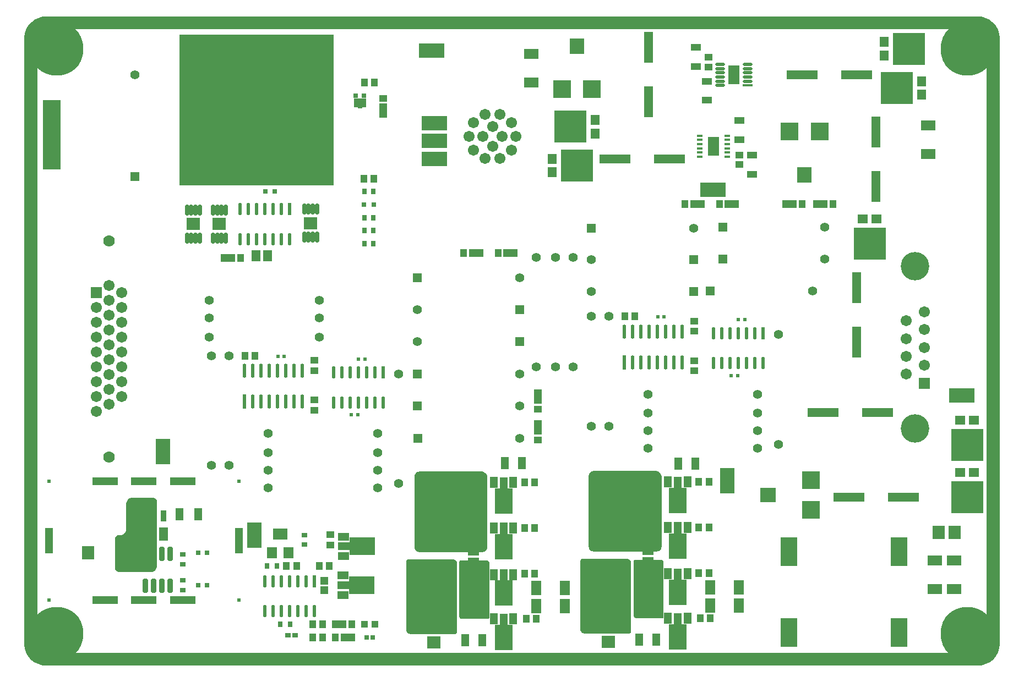
<source format=gbr>
%TF.GenerationSoftware,Altium Limited,Altium Designer,24.2.2 (26)*%
G04 Layer_Color=8388736*
%FSLAX45Y45*%
%MOMM*%
%TF.SameCoordinates,2C43E8B5-FC8E-40A2-A425-C8743FE8A27F*%
%TF.FilePolarity,Negative*%
%TF.FileFunction,Soldermask,Top*%
%TF.Part,Single*%
G01*
G75*
%TA.AperFunction,SMDPad,CuDef*%
%ADD18R,4.69900X1.39700*%
%ADD19R,0.90000X0.80000*%
%ADD20R,0.70000X0.70000*%
%ADD21R,0.50000X0.50000*%
G04:AMPARAMS|DCode=24|XSize=1.87407mm|YSize=0.54213mm|CornerRadius=0.27107mm|HoleSize=0mm|Usage=FLASHONLY|Rotation=270.000|XOffset=0mm|YOffset=0mm|HoleType=Round|Shape=RoundedRectangle|*
%AMROUNDEDRECTD24*
21,1,1.87407,0.00000,0,0,270.0*
21,1,1.33193,0.54213,0,0,270.0*
1,1,0.54213,0.00000,-0.66597*
1,1,0.54213,0.00000,0.66597*
1,1,0.54213,0.00000,0.66597*
1,1,0.54213,0.00000,-0.66597*
%
%ADD24ROUNDEDRECTD24*%
%ADD25R,0.54213X1.87407*%
%ADD26R,0.58213X2.17406*%
G04:AMPARAMS|DCode=27|XSize=2.17406mm|YSize=0.58213mm|CornerRadius=0.29107mm|HoleSize=0mm|Usage=FLASHONLY|Rotation=90.000|XOffset=0mm|YOffset=0mm|HoleType=Round|Shape=RoundedRectangle|*
%AMROUNDEDRECTD27*
21,1,2.17406,0.00000,0,0,90.0*
21,1,1.59193,0.58213,0,0,90.0*
1,1,0.58213,0.00000,0.79597*
1,1,0.58213,0.00000,-0.79597*
1,1,0.58213,0.00000,-0.79597*
1,1,0.58213,0.00000,0.79597*
%
%ADD27ROUNDEDRECTD27*%
%ADD40R,1.60020X0.71120*%
%ADD45R,2.50000X4.44500*%
%ADD53R,0.80000X0.90000*%
%ADD60R,1.39700X4.69900*%
%ADD63R,1.65100X2.84500*%
%ADD64R,0.88900X0.42000*%
%ADD65R,1.75300X2.94700*%
G04:AMPARAMS|DCode=66|XSize=1.54042mm|YSize=0.45493mm|CornerRadius=0.22746mm|HoleSize=0mm|Usage=FLASHONLY|Rotation=180.000|XOffset=0mm|YOffset=0mm|HoleType=Round|Shape=RoundedRectangle|*
%AMROUNDEDRECTD66*
21,1,1.54042,0.00000,0,0,180.0*
21,1,1.08549,0.45493,0,0,180.0*
1,1,0.45493,-0.54275,0.00000*
1,1,0.45493,0.54275,0.00000*
1,1,0.45493,0.54275,0.00000*
1,1,0.45493,-0.54275,0.00000*
%
%ADD66ROUNDEDRECTD66*%
%ADD67R,1.54042X0.45493*%
%ADD68R,1.60000X1.05000*%
%ADD72R,0.80000X0.75000*%
%ADD78R,0.70000X0.95000*%
%ADD80R,0.83820X1.75260*%
%TA.AperFunction,ComponentPad*%
%ADD84C,1.42240*%
%ADD85R,1.42240X1.42240*%
%ADD86C,1.30000*%
%ADD87R,1.30000X1.30000*%
%ADD90R,1.42240X1.42240*%
%TA.AperFunction,NonConductor*%
%ADD126R,2.70000X10.70000*%
%ADD127R,23.80000X23.30000*%
%TA.AperFunction,SMDPad,CuDef*%
%ADD128R,4.00320X2.23320*%
%ADD129R,2.23320X4.00320*%
G04:AMPARAMS|DCode=130|XSize=2.1732mm|YSize=0.8032mm|CornerRadius=0.1766mm|HoleSize=0mm|Usage=FLASHONLY|Rotation=90.000|XOffset=0mm|YOffset=0mm|HoleType=Round|Shape=RoundedRectangle|*
%AMROUNDEDRECTD130*
21,1,2.17320,0.45000,0,0,90.0*
21,1,1.82000,0.80320,0,0,90.0*
1,1,0.35320,0.22500,0.91000*
1,1,0.35320,0.22500,-0.91000*
1,1,0.35320,-0.22500,-0.91000*
1,1,0.35320,-0.22500,0.91000*
%
%ADD130ROUNDEDRECTD130*%
%ADD131R,4.00320X1.20320*%
%ADD132R,1.20320X4.00320*%
%ADD133R,1.00320X1.30320*%
%ADD134R,2.20320X1.30320*%
%ADD135R,1.30320X1.00320*%
%ADD136R,1.30320X2.20320*%
%ADD137R,1.18320X1.01320*%
%ADD138R,1.01320X1.18320*%
%ADD139R,1.99320X1.95320*%
%ADD140R,2.70320X4.00320*%
%ADD141R,1.20320X1.70320*%
%ADD142R,1.20320X1.90320*%
%ADD143R,1.65320X1.25320*%
%ADD144R,1.30320X1.90320*%
%ADD145R,1.60320X2.30320*%
%ADD146R,1.70320X1.20320*%
%ADD147R,1.90320X1.20320*%
%ADD148R,4.00320X2.70320*%
%ADD149R,5.00320X4.92320*%
%ADD150R,1.60320X1.47320*%
%ADD151R,2.30320X1.60320*%
%ADD152R,1.95320X1.99320*%
%ADD153R,2.70320X2.75320*%
%ADD154R,2.40320X2.20320*%
%ADD155R,1.30320X1.85320*%
%ADD156R,0.95320X0.80320*%
%ADD157R,1.15320X1.15320*%
%ADD158R,1.00320X1.00320*%
%ADD159R,0.70320X0.80320*%
%ADD160R,1.50320X1.80320*%
%ADD161R,2.20320X1.80320*%
%ADD162R,2.20320X2.40320*%
%ADD163R,2.75320X2.70320*%
%ADD164R,1.18320X1.05320*%
%ADD165R,1.47320X1.60320*%
%ADD166R,4.92320X5.00320*%
G04:AMPARAMS|DCode=167|XSize=1.6532mm|YSize=0.6832mm|CornerRadius=0.1616mm|HoleSize=0mm|Usage=FLASHONLY|Rotation=270.000|XOffset=0mm|YOffset=0mm|HoleType=Round|Shape=RoundedRectangle|*
%AMROUNDEDRECTD167*
21,1,1.65320,0.36000,0,0,270.0*
21,1,1.33000,0.68320,0,0,270.0*
1,1,0.32320,-0.18000,-0.66500*
1,1,0.32320,-0.18000,0.66500*
1,1,0.32320,0.18000,0.66500*
1,1,0.32320,0.18000,-0.66500*
%
%ADD167ROUNDEDRECTD167*%
%ADD168R,2.08320X1.88320*%
%ADD169R,0.70320X0.75320*%
%ADD170R,1.90320X1.35320*%
%ADD171R,0.65320X0.45320*%
%ADD172R,1.37320X1.67320*%
%ADD173R,1.95320X2.00320*%
%ADD174R,1.36320X2.02320*%
%TA.AperFunction,ComponentPad*%
%ADD175C,1.70320*%
%ADD176C,1.40320*%
%ADD177R,1.70320X1.70320*%
%ADD178C,1.77820*%
%ADD179C,1.71120*%
%ADD180R,1.71120X1.71120*%
%ADD181C,4.36920*%
%TA.AperFunction,ViaPad*%
%ADD182C,4.20320*%
%ADD183C,8.20320*%
%ADD184C,0.65320*%
G36*
X12336252Y5596541D02*
X12352631Y5589757D01*
X12367371Y5579907D01*
X12379907Y5567371D01*
X12389757Y5552631D01*
X12396541Y5536252D01*
X12400000Y5518864D01*
Y5510000D01*
Y4440000D01*
Y4432121D01*
X12396925Y4416665D01*
X12390895Y4402106D01*
X12382140Y4389003D01*
X12370997Y4377860D01*
X12357894Y4369105D01*
X12343335Y4363074D01*
X12327879Y4360000D01*
X11352121D01*
X11336665Y4363074D01*
X11322106Y4369105D01*
X11309003Y4377860D01*
X11297860Y4389003D01*
X11289105Y4402106D01*
X11283074Y4416665D01*
X11280000Y4432121D01*
Y4440000D01*
Y5520000D01*
Y5527879D01*
X11283074Y5543335D01*
X11289105Y5557894D01*
X11297860Y5570997D01*
X11309003Y5582140D01*
X11322106Y5590895D01*
X11336665Y5596926D01*
X11352121Y5600000D01*
X12318864D01*
X12336252Y5596541D01*
D02*
G37*
G36*
X9657466Y5587754D02*
X9673845Y5580969D01*
X9688585Y5571120D01*
X9701121Y5558584D01*
X9710971Y5543843D01*
X9717755Y5527464D01*
X9721214Y5510076D01*
Y5501212D01*
Y4431212D01*
Y4423333D01*
X9718139Y4407877D01*
X9712109Y4393318D01*
X9703354Y4380215D01*
X9692210Y4369072D01*
X9679108Y4360317D01*
X9664549Y4354286D01*
X9649093Y4351212D01*
X8673334D01*
X8657879Y4354286D01*
X8643320Y4360317D01*
X8630217Y4369072D01*
X8619073Y4380215D01*
X8610319Y4393318D01*
X8604288Y4407877D01*
X8601214Y4423333D01*
Y4431212D01*
Y5511212D01*
Y5519091D01*
X8604288Y5534547D01*
X8610319Y5549106D01*
X8619073Y5562209D01*
X8630217Y5573352D01*
X8643320Y5582107D01*
X8657879Y5588138D01*
X8673334Y5591212D01*
X9640078D01*
X9657466Y5587754D01*
D02*
G37*
G36*
X12416993Y4225432D02*
X12425432Y4216993D01*
X12430000Y4205967D01*
Y4200000D01*
X12430000Y3350000D01*
Y3346022D01*
X12426955Y3338671D01*
X12421329Y3333045D01*
X12413978Y3330000D01*
X12410000D01*
Y3330000D01*
X12020000Y3330000D01*
X12010054D01*
X11991677Y3337612D01*
X11977612Y3351677D01*
X11970000Y3370054D01*
Y3380000D01*
X11970000D01*
Y4210000D01*
Y4213978D01*
X11973045Y4221329D01*
X11978671Y4226955D01*
X11986021Y4230000D01*
X11990000Y4229999D01*
X11990000Y4230000D01*
X12405967D01*
X12416993Y4225432D01*
D02*
G37*
G36*
X9738207Y4216645D02*
X9746646Y4208206D01*
X9751214Y4197180D01*
Y4191212D01*
X9751213Y3341212D01*
Y3337234D01*
X9748168Y3329883D01*
X9742543Y3324257D01*
X9735192Y3321213D01*
X9731214D01*
Y3321212D01*
X9341214Y3321213D01*
X9331268D01*
X9312891Y3328824D01*
X9298826Y3342889D01*
X9291214Y3361267D01*
Y3371212D01*
X9291214D01*
Y4201212D01*
Y4205190D01*
X9294259Y4212541D01*
X9299885Y4218167D01*
X9307235Y4221212D01*
X9311214Y4221212D01*
X9311214Y4221212D01*
X9727181D01*
X9738207Y4216645D01*
D02*
G37*
G36*
X4610587Y5181965D02*
X4627465Y5165087D01*
X4636600Y5143034D01*
Y5131099D01*
Y4131100D01*
Y4122235D01*
X4633141Y4104848D01*
X4626357Y4088469D01*
X4616507Y4073728D01*
X4603971Y4061192D01*
X4589231Y4051342D01*
X4572852Y4044558D01*
X4555464Y4041100D01*
X4059705D01*
X4046181Y4043789D01*
X4033442Y4049066D01*
X4021977Y4056727D01*
X4012227Y4066477D01*
X4004567Y4077942D01*
X3999290Y4090681D01*
X3996600Y4104205D01*
Y4111099D01*
Y4561100D01*
Y4571045D01*
X4004212Y4589422D01*
X4018277Y4603487D01*
X4036654Y4611099D01*
X4066600D01*
X4076401Y4611581D01*
X4095628Y4615405D01*
X4113739Y4622907D01*
X4130039Y4633798D01*
X4143901Y4647660D01*
X4154792Y4663960D01*
X4162294Y4682071D01*
X4166118Y4701298D01*
X4166600Y4711100D01*
Y5091100D01*
Y5100949D01*
X4170443Y5120268D01*
X4177981Y5138467D01*
X4188925Y5154846D01*
X4202853Y5168775D01*
X4219232Y5179718D01*
X4237431Y5187257D01*
X4256750Y5191100D01*
X4588534D01*
X4610587Y5181965D01*
D02*
G37*
G36*
X11903987Y4240865D02*
X11920865Y4223987D01*
X11930000Y4201935D01*
Y4190000D01*
Y3130000D01*
Y3124032D01*
X11925432Y3113006D01*
X11916993Y3104567D01*
X11905967Y3100000D01*
X11213105D01*
X11199582Y3102690D01*
X11186842Y3107967D01*
X11175377Y3115627D01*
X11165627Y3125377D01*
X11157967Y3136842D01*
X11152690Y3149582D01*
X11150000Y3163105D01*
Y3170000D01*
Y4210000D01*
Y4217956D01*
X11156089Y4232658D01*
X11167341Y4243910D01*
X11182043Y4250000D01*
X11881935D01*
X11903987Y4240865D01*
D02*
G37*
G36*
X9225201Y4232078D02*
X9242079Y4215199D01*
X9251214Y4193147D01*
Y4181212D01*
Y3121212D01*
Y3115245D01*
X9246646Y3104219D01*
X9238207Y3095779D01*
X9227181Y3091212D01*
X8534319D01*
X8520796Y3093902D01*
X8508056Y3099179D01*
X8496591Y3106840D01*
X8486841Y3116590D01*
X8479180Y3128055D01*
X8473904Y3140794D01*
X8471214Y3154318D01*
Y3161212D01*
Y4201212D01*
Y4209169D01*
X8477303Y4223870D01*
X8488555Y4235123D01*
X8503257Y4241212D01*
X9203148D01*
X9225201Y4232078D01*
D02*
G37*
G36*
X17325117Y12593095D02*
X17368211Y12581549D01*
X17409431Y12564474D01*
X17448067Y12542168D01*
X17483463Y12515009D01*
X17515009Y12483461D01*
X17542169Y12448066D01*
X17564474Y12409431D01*
X17581549Y12368212D01*
X17593095Y12325118D01*
X17598920Y12280886D01*
Y12258578D01*
Y2941421D01*
Y2919115D01*
X17593095Y2874881D01*
X17581549Y2831788D01*
X17564474Y2790568D01*
X17542169Y2751932D01*
X17515009Y2716538D01*
X17483463Y2684990D01*
X17448067Y2657830D01*
X17409431Y2635525D01*
X17368211Y2618451D01*
X17325117Y2606904D01*
X17280885Y2601081D01*
X2919115D01*
X2874883Y2606904D01*
X2831788Y2618451D01*
X2790568Y2635525D01*
X2751932Y2657831D01*
X2716538Y2684990D01*
X2684990Y2716538D01*
X2657830Y2751934D01*
X2635525Y2790569D01*
X2618451Y2831788D01*
X2606904Y2874881D01*
X2601081Y2919115D01*
Y2941421D01*
Y12199999D01*
X2784115Y12199998D01*
X2791615Y12199992D01*
X2798893Y12197220D01*
X2804030Y12194522D01*
X2802564Y12195822D01*
X2798893Y12197220D01*
X2794189Y12199691D01*
X2802564Y12195823D01*
X2805310Y12193388D01*
X2810561Y12184718D01*
X2815042Y12173903D01*
X2815042Y12153473D01*
X2807845Y12136104D01*
X2799997Y12127378D01*
X2799998Y12127377D01*
X2800000Y3054000D01*
X2801223Y3029103D01*
X2810937Y2980268D01*
X2829992Y2934265D01*
X2857655Y2892864D01*
X2892864Y2857655D01*
X2934265Y2829992D01*
X2980268Y2810937D01*
X3029103Y2801223D01*
X3054000Y2800000D01*
X17146001D01*
X17170895Y2801223D01*
X17219733Y2810937D01*
X17265735Y2829992D01*
X17307137Y2857655D01*
X17342345Y2892864D01*
X17370007Y2934265D01*
X17389062Y2980268D01*
X17398776Y3029103D01*
X17400000Y3054000D01*
Y12146000D01*
X17398776Y12170896D01*
X17389062Y12219732D01*
X17370007Y12265735D01*
X17342345Y12307136D01*
X17307137Y12342345D01*
X17265735Y12370008D01*
X17219733Y12389063D01*
X17170895Y12398777D01*
X17146001Y12400000D01*
X3000000D01*
X2980397Y12399037D01*
X2941943Y12391388D01*
X2905721Y12376384D01*
X2873121Y12354602D01*
X2845398Y12326879D01*
X2823616Y12294279D01*
X2808612Y12258057D01*
X2801991Y12224772D01*
X2800963Y12219603D01*
X2800568Y12211574D01*
X2800002Y12209160D01*
X2797851Y12206108D01*
X2797476Y12205881D01*
X2797985Y12206643D01*
X2797279Y12205763D01*
X2787722Y12200000D01*
X2782377D01*
X2601081D01*
X2601081Y12212699D01*
Y12280885D01*
X2606904Y12325117D01*
X2618451Y12368212D01*
X2635525Y12409431D01*
X2657831Y12448067D01*
X2684990Y12483461D01*
X2716538Y12515009D01*
X2751934Y12542169D01*
X2790569Y12564475D01*
X2831788Y12581549D01*
X2874881Y12593095D01*
X2919113Y12598919D01*
X17280885D01*
X17325117Y12593095D01*
D02*
G37*
D18*
X15279630Y5200000D02*
D03*
X16120370D02*
D03*
X14879630Y6500000D02*
D03*
X15720370D02*
D03*
X11679630Y10400000D02*
D03*
X12520370D02*
D03*
X14559261Y11700000D02*
D03*
X15400000D02*
D03*
D19*
X6910000Y4615000D02*
D03*
Y4465000D02*
D03*
X5040000Y3915000D02*
D03*
Y3765000D02*
D03*
Y4165000D02*
D03*
Y4315000D02*
D03*
D20*
X5270000Y3840000D02*
D03*
X5410000D02*
D03*
Y4340000D02*
D03*
X5270000D02*
D03*
D21*
X5898000Y5440000D02*
D03*
X2982000D02*
D03*
X5898000Y3610000D02*
D03*
X2982000D02*
D03*
X6498021Y7364003D02*
D03*
X6598021D02*
D03*
X7728021Y6464003D02*
D03*
X7628021D02*
D03*
X7738021Y7324003D02*
D03*
X7838021D02*
D03*
X12340000Y7970000D02*
D03*
X12440000D02*
D03*
X13570000Y7070000D02*
D03*
X13470000D02*
D03*
X13580000Y7930000D02*
D03*
X13680000D02*
D03*
D24*
X6681000Y9168394D02*
D03*
X6554000D02*
D03*
X6427000D02*
D03*
X6300000D02*
D03*
X6173000D02*
D03*
X6046000D02*
D03*
X5919000D02*
D03*
Y9631607D02*
D03*
X6046000D02*
D03*
X6173000D02*
D03*
X6300000D02*
D03*
X6427000D02*
D03*
X6554000D02*
D03*
X7992021Y7115609D02*
D03*
X7865021D02*
D03*
X7738021D02*
D03*
X7611021D02*
D03*
X7484021D02*
D03*
X7357021D02*
D03*
Y6652396D02*
D03*
X7484021D02*
D03*
X7611021D02*
D03*
X7738021D02*
D03*
X7865021D02*
D03*
X7992021D02*
D03*
X8119021D02*
D03*
X13834000Y7721607D02*
D03*
X13707001D02*
D03*
X13580000D02*
D03*
X13453000D02*
D03*
X13325999D02*
D03*
X13199001D02*
D03*
Y7258393D02*
D03*
X13325999D02*
D03*
X13453000D02*
D03*
X13580000D02*
D03*
X13707001D02*
D03*
X13834000D02*
D03*
X13961000D02*
D03*
X7064000Y3440000D02*
D03*
X6937000D02*
D03*
X6810000D02*
D03*
X6683000D02*
D03*
X6556000D02*
D03*
X6429000D02*
D03*
X6302000D02*
D03*
Y3903213D02*
D03*
X6429000D02*
D03*
X6556000D02*
D03*
X6683000D02*
D03*
X6810000D02*
D03*
X6937000D02*
D03*
D25*
X6681000Y9631607D02*
D03*
X8119021Y7115609D02*
D03*
X13961000Y7721607D02*
D03*
X7064000Y3903213D02*
D03*
D26*
X5986521Y6666396D02*
D03*
X11828501Y7272393D02*
D03*
D27*
X6113521Y6666396D02*
D03*
X6240521D02*
D03*
X6367521D02*
D03*
X6494521D02*
D03*
X6621521D02*
D03*
X6748521D02*
D03*
X6875521D02*
D03*
Y7139609D02*
D03*
X6748521D02*
D03*
X6621521D02*
D03*
X6494521D02*
D03*
X6367521D02*
D03*
X6240521D02*
D03*
X6113521D02*
D03*
X5986521D02*
D03*
X11955501Y7272393D02*
D03*
X12082501D02*
D03*
X12209501D02*
D03*
X12336501D02*
D03*
X12463501D02*
D03*
X12590501D02*
D03*
X12717501D02*
D03*
Y7745607D02*
D03*
X12590501D02*
D03*
X12463501D02*
D03*
X12336501D02*
D03*
X12209501D02*
D03*
X12082501D02*
D03*
X11955501D02*
D03*
X11828501D02*
D03*
D40*
X11380000Y4152840D02*
D03*
Y4427160D02*
D03*
D45*
X16049500Y3116700D02*
D03*
X14360400D02*
D03*
Y4361300D02*
D03*
X16049500D02*
D03*
D53*
X6335000Y4140000D02*
D03*
X6485000D02*
D03*
X6535000Y3240000D02*
D03*
X6685000D02*
D03*
D60*
X15400000Y8420370D02*
D03*
Y7579630D02*
D03*
X12200000Y12120370D02*
D03*
Y11279630D02*
D03*
X15700000Y9979630D02*
D03*
Y10820370D02*
D03*
D63*
X13200000Y10600000D02*
D03*
D64*
X13410699Y10762500D02*
D03*
Y10697500D02*
D03*
Y10632500D02*
D03*
Y10567500D02*
D03*
Y10502500D02*
D03*
Y10437500D02*
D03*
X12989301D02*
D03*
Y10502500D02*
D03*
Y10567500D02*
D03*
Y10632500D02*
D03*
Y10697500D02*
D03*
Y10762500D02*
D03*
D65*
X13510983Y11697500D02*
D03*
D66*
X13300000Y11535000D02*
D03*
Y11600000D02*
D03*
Y11665000D02*
D03*
Y11730000D02*
D03*
Y11795000D02*
D03*
Y11860000D02*
D03*
X13721970D02*
D03*
Y11795000D02*
D03*
Y11730000D02*
D03*
Y11665000D02*
D03*
Y11600000D02*
D03*
D67*
Y11535000D02*
D03*
D68*
X13600000Y10995000D02*
D03*
Y10700000D02*
D03*
X13789999Y10460000D02*
D03*
Y10165000D02*
D03*
X12931979Y11825998D02*
D03*
Y12120998D02*
D03*
X13100000Y11305000D02*
D03*
Y11600000D02*
D03*
D72*
X6305000Y9900000D02*
D03*
X6455000D02*
D03*
X7825000Y9700000D02*
D03*
X7975000D02*
D03*
D78*
X7832500Y9100000D02*
D03*
X7967500D02*
D03*
X7832500Y9500000D02*
D03*
X7967500D02*
D03*
X7832494Y9300011D02*
D03*
X7967494D02*
D03*
X7832500Y9900000D02*
D03*
X7967500D02*
D03*
D80*
X4450440Y4910000D02*
D03*
X4740000D02*
D03*
D84*
X4300000Y11700000D02*
D03*
X10220000Y6100000D02*
D03*
X8648021Y7594002D02*
D03*
Y8084002D02*
D03*
X10218021Y6604002D02*
D03*
Y7094002D02*
D03*
X10218021Y8574002D02*
D03*
X11320000Y8850000D02*
D03*
X14910001Y8860000D02*
D03*
X12889999Y9340000D02*
D03*
X14910001Y9350000D02*
D03*
X11320000Y8360000D02*
D03*
X14720000Y8370000D02*
D03*
D85*
X4300000Y10130000D02*
D03*
D86*
X6182000Y11401000D02*
D03*
Y10893000D02*
D03*
X5928000Y11147000D02*
D03*
X6002395Y11326605D02*
D03*
X6361605D02*
D03*
X6002395Y10967395D02*
D03*
X6361605D02*
D03*
D87*
X6436000Y11147000D02*
D03*
D90*
X8650000Y6100000D02*
D03*
X10218021Y7594002D02*
D03*
Y8084002D02*
D03*
X8648021Y6604002D02*
D03*
Y7094002D02*
D03*
X8648021Y8574002D02*
D03*
X12889999Y8850000D02*
D03*
X13339999Y8860000D02*
D03*
X11320000Y9340000D02*
D03*
X13339999Y9350000D02*
D03*
X12889999Y8360000D02*
D03*
X13150000Y8370000D02*
D03*
D126*
X3025000Y10775000D02*
D03*
D127*
X6170000Y11155000D02*
D03*
D128*
X8910000Y10950000D02*
D03*
Y10400000D02*
D03*
Y10680000D02*
D03*
X17020000Y6760000D02*
D03*
X8860000Y12070000D02*
D03*
X13189999Y9930000D02*
D03*
D129*
X13410001Y5450000D02*
D03*
X4730000Y5900000D02*
D03*
X6140000Y4610000D02*
D03*
D130*
X4459500Y4327500D02*
D03*
X4586500D02*
D03*
X4713500D02*
D03*
X4840500D02*
D03*
Y3832500D02*
D03*
X4713500D02*
D03*
X4586500D02*
D03*
X4459500D02*
D03*
X4590000Y4329999D02*
D03*
D131*
X5040000Y5440000D02*
D03*
X4440000D02*
D03*
X3840000D02*
D03*
Y3610000D02*
D03*
X4440000D02*
D03*
X5040000D02*
D03*
D132*
X5898000Y4525000D02*
D03*
X2982000D02*
D03*
D133*
X9888021Y8954002D02*
D03*
X9358021D02*
D03*
X13289999Y9710000D02*
D03*
X12760000D02*
D03*
X15035001D02*
D03*
X14560001D02*
D03*
X7385000Y3040000D02*
D03*
X7635000Y3240000D02*
D03*
X5925000Y8880000D02*
D03*
D134*
X10078021Y8954002D02*
D03*
X9548021D02*
D03*
X13480000Y9710000D02*
D03*
X12950000D02*
D03*
X14845000D02*
D03*
X14370000D02*
D03*
X7575000Y3040000D02*
D03*
X7445000Y3240000D02*
D03*
X5735000Y8880000D02*
D03*
D135*
X10494002Y6551979D02*
D03*
Y6076979D02*
D03*
X8120000Y11335000D02*
D03*
D136*
X10494002Y6741979D02*
D03*
Y6266979D02*
D03*
X8120000Y11145000D02*
D03*
D137*
X7058021Y7301102D02*
D03*
Y7146903D02*
D03*
Y6536903D02*
D03*
Y6691102D02*
D03*
X12900000Y7142900D02*
D03*
Y7297100D02*
D03*
Y7907100D02*
D03*
Y7752900D02*
D03*
X7310000Y4617100D02*
D03*
Y4462900D02*
D03*
D138*
X6145121Y7374003D02*
D03*
X5990921D02*
D03*
X13127100Y5430000D02*
D03*
X12972900D02*
D03*
X13127100Y4730000D02*
D03*
X12972900D02*
D03*
X13127100Y4030001D02*
D03*
X12972900D02*
D03*
X12995799Y3330001D02*
D03*
X13150000D02*
D03*
X11987100Y7980000D02*
D03*
X11832900D02*
D03*
X7132900Y4140000D02*
D03*
X7287100D02*
D03*
X6632900D02*
D03*
X6787100D02*
D03*
X7187100Y3240000D02*
D03*
X7032900D02*
D03*
X7187100Y3040000D02*
D03*
X7032900D02*
D03*
X10471214Y3321213D02*
D03*
X10317014D02*
D03*
X10294114Y4021213D02*
D03*
X10448314D02*
D03*
X10294114Y4721213D02*
D03*
X10448314D02*
D03*
X10294114Y5421213D02*
D03*
X10448314D02*
D03*
X7987100Y11580000D02*
D03*
X7832900D02*
D03*
X7977100Y10100000D02*
D03*
X7822900D02*
D03*
D139*
X11580000Y3213500D02*
D03*
Y2966500D02*
D03*
X8901214Y3204712D02*
D03*
Y2957712D02*
D03*
D140*
X12650000Y4445001D02*
D03*
Y5145000D02*
D03*
Y3045001D02*
D03*
Y3730000D02*
D03*
X9971214Y5136213D02*
D03*
Y3036213D02*
D03*
Y3721213D02*
D03*
Y4436213D02*
D03*
D141*
X12500000Y4730001D02*
D03*
X12800000D02*
D03*
Y5430001D02*
D03*
X12500000D02*
D03*
Y3330001D02*
D03*
X12800000D02*
D03*
Y4015001D02*
D03*
X12500000D02*
D03*
X10121214Y5421213D02*
D03*
X9821214D02*
D03*
Y3321213D02*
D03*
X10121214D02*
D03*
Y4006213D02*
D03*
X9821214D02*
D03*
Y4721213D02*
D03*
X10121214D02*
D03*
D142*
X12650000Y4720000D02*
D03*
Y5420000D02*
D03*
Y3320000D02*
D03*
Y4005000D02*
D03*
X9971214Y5411213D02*
D03*
Y3311213D02*
D03*
Y3996213D02*
D03*
Y4711213D02*
D03*
D143*
X12190000Y4367500D02*
D03*
Y4212500D02*
D03*
X9511214Y4358712D02*
D03*
Y4203712D02*
D03*
D144*
X12320000Y3000000D02*
D03*
X12060000D02*
D03*
X9641214Y2991212D02*
D03*
X9381214D02*
D03*
X12660000Y5710000D02*
D03*
X12920000D02*
D03*
X9990000Y5720000D02*
D03*
X10250000D02*
D03*
D145*
X13589999Y3810000D02*
D03*
X13150000D02*
D03*
X13589999Y3530000D02*
D03*
X13150000D02*
D03*
X10911214Y3521212D02*
D03*
X10471214D02*
D03*
X10911214Y3801212D02*
D03*
X10471214D02*
D03*
D146*
X7500000Y3990000D02*
D03*
Y3690000D02*
D03*
X7510000Y4290000D02*
D03*
Y4590000D02*
D03*
D147*
X7510000Y3840000D02*
D03*
X7520000Y4440000D02*
D03*
D148*
X7785000Y3840000D02*
D03*
X7795000Y4440000D02*
D03*
D149*
X17100000Y5196000D02*
D03*
Y6000000D02*
D03*
X15600000Y9100000D02*
D03*
D150*
X17203999Y5576500D02*
D03*
X16996001D02*
D03*
X17203999Y6380500D02*
D03*
X16996001D02*
D03*
X15496001Y9480500D02*
D03*
X15703999D02*
D03*
D151*
X16900000Y3780000D02*
D03*
Y4220000D02*
D03*
X16600000Y3780000D02*
D03*
Y4220000D02*
D03*
X10400000Y12020000D02*
D03*
Y11580000D02*
D03*
X16500000Y10920001D02*
D03*
Y10480000D02*
D03*
D152*
X16659500Y4651000D02*
D03*
X16906500D02*
D03*
D153*
X14700000Y5000000D02*
D03*
Y5460000D02*
D03*
D154*
X14035001Y5230000D02*
D03*
D155*
X5272500Y4930000D02*
D03*
X4987500D02*
D03*
D156*
X6655000Y3070000D02*
D03*
X6765000D02*
D03*
D157*
X7210000Y3912500D02*
D03*
Y3767500D02*
D03*
D158*
X7827500Y3240000D02*
D03*
X7992500D02*
D03*
D159*
X7955000Y3040000D02*
D03*
X7865000D02*
D03*
D160*
X6410000Y4340000D02*
D03*
X6660000D02*
D03*
D161*
X6535000Y4630000D02*
D03*
D162*
X11100000Y12140000D02*
D03*
X14600000Y10160000D02*
D03*
D163*
X11330000Y11475000D02*
D03*
X10870000D02*
D03*
X14370000Y10825000D02*
D03*
X14830000D02*
D03*
D164*
X13600000Y10315000D02*
D03*
Y10465000D02*
D03*
X13121979Y11970998D02*
D03*
Y11820998D02*
D03*
D165*
X10719500Y10196000D02*
D03*
Y10404000D02*
D03*
X11380500Y11004000D02*
D03*
Y10796000D02*
D03*
X16400000Y11600000D02*
D03*
Y11392000D02*
D03*
X15823502Y11995983D02*
D03*
Y12203983D02*
D03*
D166*
X11100000Y10300000D02*
D03*
X11000000Y10900000D02*
D03*
X16019501Y11496000D02*
D03*
X16204002Y12099983D02*
D03*
D167*
X5297500Y9616001D02*
D03*
X5232500D02*
D03*
X5167500D02*
D03*
X5102500D02*
D03*
Y9184000D02*
D03*
X5167500D02*
D03*
X5232500D02*
D03*
X5297500D02*
D03*
X5502500D02*
D03*
X5567500D02*
D03*
X5632500D02*
D03*
X5697500D02*
D03*
Y9616001D02*
D03*
X5632500D02*
D03*
X5567500D02*
D03*
X5502500D02*
D03*
X6905000Y9200000D02*
D03*
X6970000D02*
D03*
X7035000D02*
D03*
X7100000D02*
D03*
Y9632001D02*
D03*
X7035000D02*
D03*
X6970000D02*
D03*
X6905000D02*
D03*
D168*
X5200000Y9400001D02*
D03*
X5600000D02*
D03*
X7002500Y9416000D02*
D03*
D169*
X7825000Y11378700D02*
D03*
X7695000D02*
D03*
D170*
X7760000Y11268700D02*
D03*
D171*
Y11198700D02*
D03*
D172*
X6337100Y8910000D02*
D03*
X6162900D02*
D03*
D173*
X3582500Y4340000D02*
D03*
X4297500D02*
D03*
D174*
X4442500Y4630000D02*
D03*
X4737500D02*
D03*
D175*
X10091246Y10538397D02*
D03*
X9911246Y10407620D02*
D03*
X9688754D02*
D03*
X9508754Y10538397D02*
D03*
Y10961603D02*
D03*
X9688754Y11092380D02*
D03*
X10091246Y10961603D02*
D03*
X9911246Y11092380D02*
D03*
X9800000Y10900000D02*
D03*
Y10600000D02*
D03*
X9650000Y10750000D02*
D03*
X9440000D02*
D03*
X10160000D02*
D03*
X9950000D02*
D03*
X3704000Y8114400D02*
D03*
Y7885800D02*
D03*
Y7657200D02*
D03*
Y7428600D02*
D03*
Y7200000D02*
D03*
Y6971400D02*
D03*
Y6742800D02*
D03*
Y6514000D02*
D03*
X3902000Y8457300D02*
D03*
Y8228700D02*
D03*
Y8000100D02*
D03*
Y7771500D02*
D03*
Y7542900D02*
D03*
Y7314300D02*
D03*
Y7085700D02*
D03*
Y6857100D02*
D03*
Y6628500D02*
D03*
X4100000Y8343000D02*
D03*
Y8114400D02*
D03*
Y7885800D02*
D03*
Y7657200D02*
D03*
Y7428600D02*
D03*
Y7200000D02*
D03*
Y6971400D02*
D03*
Y6742800D02*
D03*
D176*
X5748021Y5684003D02*
D03*
Y7374003D02*
D03*
X8038021Y5614002D02*
D03*
X6348021D02*
D03*
X7135997Y7660000D02*
D03*
X5445997D02*
D03*
X5445998Y7960000D02*
D03*
X7135998D02*
D03*
X5445998Y8230001D02*
D03*
X7135998D02*
D03*
X5478021Y5684003D02*
D03*
Y7374003D02*
D03*
X8358021Y7094002D02*
D03*
Y5404002D02*
D03*
X6348021Y6174002D02*
D03*
X8038021D02*
D03*
Y5344002D02*
D03*
X6348021D02*
D03*
X8038021Y5884002D02*
D03*
X6348021D02*
D03*
X12190000Y6220000D02*
D03*
X13880000D02*
D03*
X12190000Y5950000D02*
D03*
X13880000D02*
D03*
X11320000Y6290000D02*
D03*
Y7980000D02*
D03*
X12190000Y6780000D02*
D03*
X13880000D02*
D03*
X14200000Y7700000D02*
D03*
Y6010000D02*
D03*
X11590000Y6290000D02*
D03*
Y7980000D02*
D03*
X10770000Y8890000D02*
D03*
Y7200000D02*
D03*
X11040000Y8890000D02*
D03*
Y7200000D02*
D03*
X10470000Y7200000D02*
D03*
Y8890000D02*
D03*
X13880000Y6490000D02*
D03*
X12190000D02*
D03*
D177*
X3704000Y8343000D02*
D03*
D178*
X3902000Y9145000D02*
D03*
Y5813000D02*
D03*
D179*
X16158000Y7911000D02*
D03*
Y7637000D02*
D03*
Y7363000D02*
D03*
Y7089000D02*
D03*
X16442000Y8048000D02*
D03*
Y7774000D02*
D03*
Y7500000D02*
D03*
Y7226000D02*
D03*
D180*
Y6952000D02*
D03*
D181*
X16300000Y8749500D02*
D03*
Y6250500D02*
D03*
D182*
X6978470Y10353194D02*
D03*
X5382000Y11947000D02*
D03*
D183*
X17100000Y12100000D02*
D03*
Y3100000D02*
D03*
X3100000D02*
D03*
Y12100000D02*
D03*
D184*
X8850000Y12060000D02*
D03*
X13200000Y9930000D02*
D03*
X4586600Y4261100D02*
D03*
Y4191100D02*
D03*
X4556600Y4131100D02*
D03*
X4486600D02*
D03*
X4426600D02*
D03*
X4366600D02*
D03*
X4306600D02*
D03*
X4246600D02*
D03*
X4186600D02*
D03*
X4126600D02*
D03*
X4076600Y4161100D02*
D03*
X4056600Y4221100D02*
D03*
Y4281100D02*
D03*
Y4341100D02*
D03*
Y4401100D02*
D03*
Y4461100D02*
D03*
Y4521100D02*
D03*
X4106600Y4561100D02*
D03*
X4156600Y4601100D02*
D03*
X4206600Y4641100D02*
D03*
X4236600Y4691100D02*
D03*
Y4751099D02*
D03*
Y4811100D02*
D03*
Y4871099D02*
D03*
Y4931100D02*
D03*
Y4991099D02*
D03*
Y5051100D02*
D03*
X4266600Y5101100D02*
D03*
X4316600Y5131099D02*
D03*
X4376600D02*
D03*
X4436600D02*
D03*
X4496600D02*
D03*
X4556600D02*
D03*
X4586600Y5091100D02*
D03*
Y5031100D02*
D03*
Y4971100D02*
D03*
Y4911100D02*
D03*
Y4851100D02*
D03*
Y4791100D02*
D03*
Y4731100D02*
D03*
Y4671100D02*
D03*
Y4611099D02*
D03*
Y4551100D02*
D03*
Y4491099D02*
D03*
Y4431100D02*
D03*
Y4371099D02*
D03*
Y4311100D02*
D03*
X12672544Y2753116D02*
D03*
X12547544D02*
D03*
X17032022Y12446883D02*
D03*
X16907022D02*
D03*
X16782022D02*
D03*
X16657022D02*
D03*
X16532022D02*
D03*
X16407022D02*
D03*
X16282022D02*
D03*
X16157022D02*
D03*
X16032022D02*
D03*
X15907022D02*
D03*
X15782022D02*
D03*
X15657022D02*
D03*
X15532022D02*
D03*
X15407022D02*
D03*
X15282022D02*
D03*
X15157022D02*
D03*
X15032022D02*
D03*
X14907022D02*
D03*
X14782022D02*
D03*
X14657022D02*
D03*
X14532022D02*
D03*
X14407022D02*
D03*
X14282022D02*
D03*
X14157022D02*
D03*
X14032022D02*
D03*
X13907022D02*
D03*
X13782022D02*
D03*
X13657022D02*
D03*
X13532022D02*
D03*
X13407022D02*
D03*
X13282022D02*
D03*
X13157022D02*
D03*
X13032022D02*
D03*
X12907022D02*
D03*
X12782022D02*
D03*
X12657022D02*
D03*
X12532022D02*
D03*
X12407022D02*
D03*
X12282022D02*
D03*
X12157022D02*
D03*
X12032022D02*
D03*
X11907022D02*
D03*
X11782022D02*
D03*
X11657022D02*
D03*
X11532022D02*
D03*
X11407022D02*
D03*
X11282022D02*
D03*
X11157022D02*
D03*
X11032022D02*
D03*
X10907022D02*
D03*
X10782022D02*
D03*
X10657022D02*
D03*
X10532022D02*
D03*
X10407022D02*
D03*
X10282022D02*
D03*
X10157022D02*
D03*
X10032022D02*
D03*
X9907022D02*
D03*
X9782022D02*
D03*
X9657022D02*
D03*
X9532022D02*
D03*
X9407022D02*
D03*
X9282022D02*
D03*
X9157022D02*
D03*
X9032022D02*
D03*
X8907022D02*
D03*
X8782022D02*
D03*
X8657022D02*
D03*
X8532022D02*
D03*
X8407022D02*
D03*
X8282022D02*
D03*
X8157022D02*
D03*
X8032022D02*
D03*
X7907022D02*
D03*
X7782022D02*
D03*
X7657022D02*
D03*
X7532022D02*
D03*
X7407022D02*
D03*
X7282022D02*
D03*
X7157022D02*
D03*
X7032021D02*
D03*
X6907021D02*
D03*
X6782021D02*
D03*
X6657021D02*
D03*
X6532021D02*
D03*
X6407021D02*
D03*
X6282021D02*
D03*
X6157021D02*
D03*
X6032021D02*
D03*
X5907021D02*
D03*
X5782021D02*
D03*
X5657021D02*
D03*
X5532021D02*
D03*
X5407021D02*
D03*
X5282021D02*
D03*
X5157021D02*
D03*
X5032021D02*
D03*
X4907021D02*
D03*
X4782021D02*
D03*
X4657021D02*
D03*
X4532021D02*
D03*
X4407021D02*
D03*
X4282021D02*
D03*
X4157021D02*
D03*
X4032021D02*
D03*
X3907021D02*
D03*
X3782021D02*
D03*
X3657021D02*
D03*
X3532021D02*
D03*
X3407021D02*
D03*
X3282021D02*
D03*
X3157021D02*
D03*
X3032035Y12445035D02*
D03*
X2911881Y12410566D02*
D03*
X2816573Y12329688D02*
D03*
X2762667Y12216909D02*
D03*
X2753117Y12092274D02*
D03*
Y11967274D02*
D03*
Y11842274D02*
D03*
Y11717274D02*
D03*
Y11592274D02*
D03*
Y11467274D02*
D03*
Y11342274D02*
D03*
Y11217274D02*
D03*
Y11092274D02*
D03*
Y10967274D02*
D03*
Y10842274D02*
D03*
Y10717274D02*
D03*
Y10592274D02*
D03*
Y10467274D02*
D03*
Y10342274D02*
D03*
Y10217274D02*
D03*
Y10092274D02*
D03*
Y9967274D02*
D03*
Y9842274D02*
D03*
Y9717274D02*
D03*
Y9592274D02*
D03*
Y9467274D02*
D03*
Y9342274D02*
D03*
Y9217274D02*
D03*
Y9092274D02*
D03*
Y8967274D02*
D03*
Y8842274D02*
D03*
Y8717274D02*
D03*
Y8592274D02*
D03*
Y8467274D02*
D03*
Y8342274D02*
D03*
Y8217274D02*
D03*
Y8092274D02*
D03*
Y7967274D02*
D03*
Y7842274D02*
D03*
Y7717274D02*
D03*
Y7592274D02*
D03*
Y7467274D02*
D03*
Y7342274D02*
D03*
Y7217274D02*
D03*
Y7092274D02*
D03*
Y6967274D02*
D03*
Y6842274D02*
D03*
Y6717274D02*
D03*
Y6592274D02*
D03*
Y6467274D02*
D03*
Y6342274D02*
D03*
Y6217274D02*
D03*
Y6092274D02*
D03*
Y5967274D02*
D03*
Y5842274D02*
D03*
Y5717274D02*
D03*
Y5592274D02*
D03*
Y5467274D02*
D03*
Y5342274D02*
D03*
Y5217274D02*
D03*
Y5092274D02*
D03*
Y4967274D02*
D03*
Y4842274D02*
D03*
Y4717274D02*
D03*
Y4592274D02*
D03*
Y4467274D02*
D03*
Y4342274D02*
D03*
Y4217274D02*
D03*
Y4092274D02*
D03*
Y3967274D02*
D03*
Y3842274D02*
D03*
Y3717274D02*
D03*
Y3592274D02*
D03*
Y3467274D02*
D03*
Y3342274D02*
D03*
Y3217274D02*
D03*
Y3092274D02*
D03*
X2766297Y2967971D02*
D03*
X2826653Y2858508D02*
D03*
X2925903Y2782517D02*
D03*
X3047546Y2753743D02*
D03*
X3172544Y2753116D02*
D03*
X3297544D02*
D03*
X3422544D02*
D03*
X3547544D02*
D03*
X3672544D02*
D03*
X3797544D02*
D03*
X3922544D02*
D03*
X4047544D02*
D03*
X4172544D02*
D03*
X4297544D02*
D03*
X4422544D02*
D03*
X4547544D02*
D03*
X4672544D02*
D03*
X4797544D02*
D03*
X4922544D02*
D03*
X5047544D02*
D03*
X5172544D02*
D03*
X5297544D02*
D03*
X5422544D02*
D03*
X5547544D02*
D03*
X5672544D02*
D03*
X5797544D02*
D03*
X5922544D02*
D03*
X6047544D02*
D03*
X6172544Y2753116D02*
D03*
X6297544D02*
D03*
X6422544D02*
D03*
X6547544D02*
D03*
X6672544D02*
D03*
X6797544D02*
D03*
X6922544D02*
D03*
X7047544D02*
D03*
X7172544D02*
D03*
X7297544D02*
D03*
X7422544D02*
D03*
X7547544D02*
D03*
X7672544D02*
D03*
X7797544D02*
D03*
X7922544D02*
D03*
X8047544D02*
D03*
X8172544D02*
D03*
X8297544D02*
D03*
X8422544D02*
D03*
X8547544D02*
D03*
X8672544D02*
D03*
X8797544D02*
D03*
X8922544D02*
D03*
X9047544Y2753116D02*
D03*
X9172544D02*
D03*
X9297544D02*
D03*
X9422544D02*
D03*
X9547544D02*
D03*
X9672544D02*
D03*
X9797544D02*
D03*
X9922544D02*
D03*
X10047544D02*
D03*
X10172544D02*
D03*
X10297544D02*
D03*
X10422544D02*
D03*
X10547544D02*
D03*
X10672544D02*
D03*
X10797544D02*
D03*
X10922544D02*
D03*
X11047544D02*
D03*
X11172544D02*
D03*
X11297544D02*
D03*
X11422544D02*
D03*
X11547544D02*
D03*
X11672544D02*
D03*
X11797544D02*
D03*
X11922544Y2753116D02*
D03*
X12047544D02*
D03*
X12172544D02*
D03*
X12297544D02*
D03*
X12422544D02*
D03*
X12797544D02*
D03*
X12922543D02*
D03*
X13047543D02*
D03*
X13172543D02*
D03*
X13297543D02*
D03*
X13422543D02*
D03*
X13547543D02*
D03*
X13672543D02*
D03*
X13797543D02*
D03*
X13922543D02*
D03*
X14047543D02*
D03*
X14172543D02*
D03*
X14297543D02*
D03*
X14422543D02*
D03*
X14547543D02*
D03*
X14672543D02*
D03*
X14797543Y2753117D02*
D03*
X14922543D02*
D03*
X15047543D02*
D03*
X15172543D02*
D03*
X15297543D02*
D03*
X15422543D02*
D03*
X15547543D02*
D03*
X15672543D02*
D03*
X15797543D02*
D03*
X15922543D02*
D03*
X16047543D02*
D03*
X16172543D02*
D03*
X16297543D02*
D03*
X16422543D02*
D03*
X16547545D02*
D03*
X16672545D02*
D03*
X16797545D02*
D03*
X16922545D02*
D03*
X17047545D02*
D03*
X17172525Y2755324D02*
D03*
X17292068Y2791854D02*
D03*
X17386433Y2873831D02*
D03*
X17438396Y2987519D02*
D03*
X17446883Y3112231D02*
D03*
Y3237231D02*
D03*
Y3362231D02*
D03*
Y3487231D02*
D03*
Y3612231D02*
D03*
Y3737231D02*
D03*
Y3862231D02*
D03*
Y3987231D02*
D03*
Y4112231D02*
D03*
Y4237231D02*
D03*
Y4362231D02*
D03*
Y4487231D02*
D03*
Y4612231D02*
D03*
Y4737231D02*
D03*
Y4862231D02*
D03*
Y4987231D02*
D03*
Y5112231D02*
D03*
Y5237231D02*
D03*
Y5362231D02*
D03*
Y5487231D02*
D03*
Y5612231D02*
D03*
Y5737231D02*
D03*
Y5862231D02*
D03*
Y5987231D02*
D03*
Y6112231D02*
D03*
Y6237231D02*
D03*
Y6362231D02*
D03*
Y6487231D02*
D03*
Y6612231D02*
D03*
Y6737231D02*
D03*
Y6862231D02*
D03*
Y6987231D02*
D03*
Y7112231D02*
D03*
Y7237231D02*
D03*
Y7362231D02*
D03*
Y7487231D02*
D03*
Y7612231D02*
D03*
Y7737231D02*
D03*
Y7862231D02*
D03*
Y7987231D02*
D03*
Y8112231D02*
D03*
Y8237231D02*
D03*
Y8362231D02*
D03*
Y8487231D02*
D03*
Y8612231D02*
D03*
Y8737231D02*
D03*
Y8862231D02*
D03*
Y8987231D02*
D03*
Y9112231D02*
D03*
Y9237231D02*
D03*
Y9362231D02*
D03*
Y9487231D02*
D03*
Y9612231D02*
D03*
Y9737231D02*
D03*
Y9862231D02*
D03*
Y9987231D02*
D03*
Y10112231D02*
D03*
Y10237231D02*
D03*
Y10362231D02*
D03*
Y10487231D02*
D03*
Y10612231D02*
D03*
Y10737231D02*
D03*
Y10862231D02*
D03*
Y10987231D02*
D03*
Y11112231D02*
D03*
Y11237231D02*
D03*
Y11362231D02*
D03*
Y11487231D02*
D03*
Y11612231D02*
D03*
Y11737231D02*
D03*
Y11862231D02*
D03*
Y11987231D02*
D03*
Y12112231D02*
D03*
X17432646Y12236417D02*
D03*
X17370471Y12344857D02*
D03*
X17269974Y12419189D02*
D03*
X17147990Y12446487D02*
D03*
%TF.MD5,39df3009ad97515922c2fe622185beaa*%
M02*

</source>
